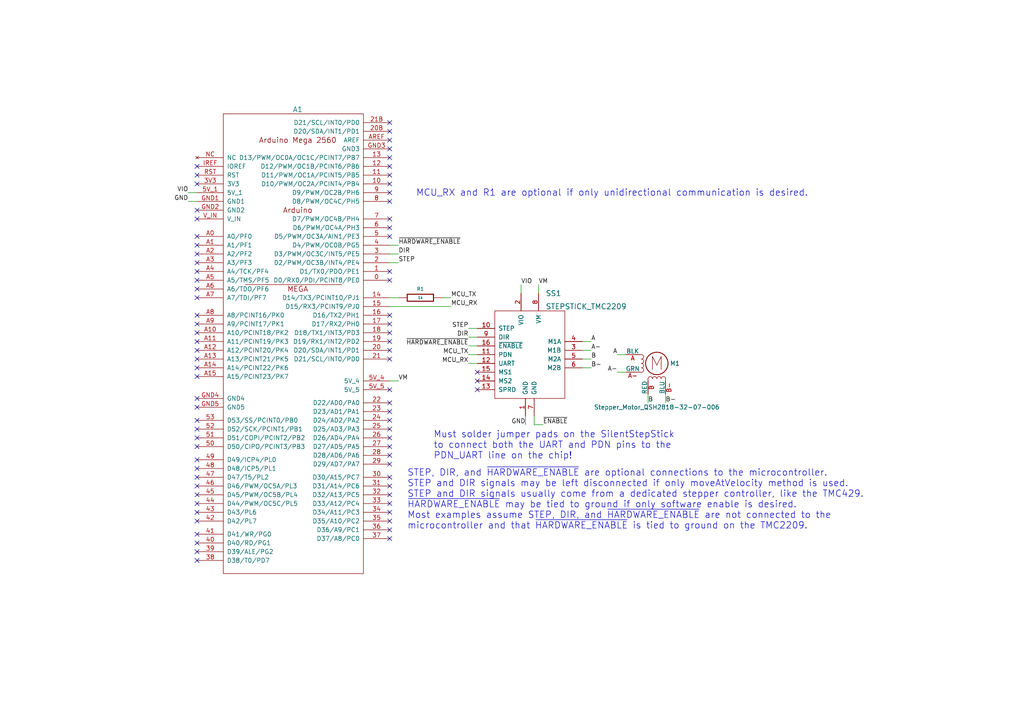
<source format=kicad_sch>
(kicad_sch (version 20230121) (generator eeschema)
  (paper "A4")
  (title_block (title "Trinamic Wiring") (date "2024-08-01") (rev "0.5") (company "Janelia Research Campus"))
  (lib_symbols
    (symbol "Janelia:1k_0805" (pin_numbers hide) (pin_names (offset 0))
      (property "Reference" "R" (at 2.032 0 90))
      (property "Value" "1k_0805" (at 0 0 90))
      (symbol "1k_0805_0_1"
        (rectangle (start -1.016 3.81) (end 1.016 -3.81) (stroke (width 0.3048)))
      )
      (symbol "1k_0805_1_1"
        (pin passive line (at 0 6.35 270) (length 2.54) (name "~") (number "1"))
        (pin passive line (at 0 -6.35 90) (length 2.54) (name "~") (number "2"))
      )
    )
    (symbol "Janelia:ARDUINO_MEGA" (pin_names (offset 1.016))
      (property "Reference" "A" (at 0 68.58 0))
      (symbol "ARDUINO_MEGA_0_0"
        (text "Arduino" (at 0 39.37 0) (effects (font (size 1.524 1.524))))
        (text "MEGA" (at 0 16.51 0) (effects (font (size 1.524 1.524))))
      )
      (symbol "ARDUINO_MEGA_0_1"
        (rectangle (start -21.59 -66.04) (end 19.05 67.31))
        (polyline (pts (xy -15.24 17.78) (xy 12.7 17.78) (xy 12.7 17.78)))
      )
      (symbol "ARDUINO_MEGA_1_1"
        (text "Arduino Mega 2560" (at 0 59.69 0) (effects (font (size 1.524 1.524))))
        (pin bidirectional line (at 26.67 19.05 180) (length 7.62) (name "D0/RX0/PDI/PCINT8/PE0") (number "0"))
        (pin bidirectional line (at 26.67 21.59 180) (length 7.62) (name "D1/TX0/PDO/PE1") (number "1"))
        (pin bidirectional line (at 26.67 46.99 180) (length 7.62) (name "D10/PWM/OC2A/PCINT4/PB4") (number "10"))
        (pin bidirectional line (at 26.67 49.53 180) (length 7.62) (name "D11/PWM/OC1A/PCINT5/PB5") (number "11"))
        (pin bidirectional line (at 26.67 52.07 180) (length 7.62) (name "D12/PWM/OC1B/PCINT6/PB6") (number "12"))
        (pin bidirectional line (at 26.67 54.61 180) (length 7.62) (name "D13/PWM/OC0A/OC1C/PCINT7/PB7") (number "13"))
        (pin bidirectional line (at 26.67 13.97 180) (length 7.62) (name "D14/TX3/PCINT10/PJ1") (number "14"))
        (pin bidirectional line (at 26.67 11.43 180) (length 7.62) (name "D15/RX3/PCINT9/PJ0") (number "15"))
        (pin bidirectional line (at 26.67 8.89 180) (length 7.62) (name "D16/TX2/PH1") (number "16"))
        (pin bidirectional line (at 26.67 6.35 180) (length 7.62) (name "D17/RX2/PH0") (number "17"))
        (pin bidirectional line (at 26.67 3.81 180) (length 7.62) (name "D18/TX1/INT3/PD3") (number "18"))
        (pin bidirectional line (at 26.67 1.27 180) (length 7.62) (name "D19/RX1/INT2/PD2") (number "19"))
        (pin bidirectional line (at 26.67 24.13 180) (length 7.62) (name "D2/PWM/OC3B/INT4/PE4") (number "2"))
        (pin bidirectional line (at 26.67 -1.27 180) (length 7.62) (name "D20/SDA/INT1/PD1") (number "20"))
        (pin bidirectional line (at 26.67 62.23 180) (length 7.62) (name "D20/SDA/INT1/PD1") (number "20B"))
        (pin bidirectional line (at 26.67 -3.81 180) (length 7.62) (name "D21/SCL/INT0/PD0") (number "21"))
        (pin bidirectional line (at 26.67 64.77 180) (length 7.62) (name "D21/SCL/INT0/PD0") (number "21B"))
        (pin bidirectional line (at 26.67 -16.51 180) (length 7.62) (name "D22/AD0/PA0") (number "22"))
        (pin bidirectional line (at 26.67 -19.05 180) (length 7.62) (name "D23/AD1/PA1") (number "23"))
        (pin bidirectional line (at 26.67 -21.59 180) (length 7.62) (name "D24/AD2/PA2") (number "24"))
        (pin bidirectional line (at 26.67 -24.13 180) (length 7.62) (name "D25/AD3/PA3") (number "25"))
        (pin bidirectional line (at 26.67 -26.67 180) (length 7.62) (name "D26/AD4/PA4") (number "26"))
        (pin bidirectional line (at 26.67 -29.21 180) (length 7.62) (name "D27/AD5/PA5") (number "27"))
        (pin bidirectional line (at 26.67 -31.75 180) (length 7.62) (name "D28/AD6/PA6") (number "28"))
        (pin bidirectional line (at 26.67 -34.29 180) (length 7.62) (name "D29/AD7/PA7") (number "29"))
        (pin bidirectional line (at 26.67 26.67 180) (length 7.62) (name "D3/PWM/OC3C/INT5/PE5") (number "3"))
        (pin bidirectional line (at 26.67 -38.1 180) (length 7.62) (name "D30/A15/PC7") (number "30"))
        (pin bidirectional line (at 26.67 -40.64 180) (length 7.62) (name "D31/A14/PC6") (number "31"))
        (pin bidirectional line (at 26.67 -43.18 180) (length 7.62) (name "D32/A13/PC5") (number "32"))
        (pin bidirectional line (at 26.67 -45.72 180) (length 7.62) (name "D33/A12/PC4") (number "33"))
        (pin bidirectional line (at 26.67 -48.26 180) (length 7.62) (name "D34/A11/PC3") (number "34"))
        (pin bidirectional line (at 26.67 -50.8 180) (length 7.62) (name "D35/A10/PC2") (number "35"))
        (pin bidirectional line (at 26.67 -53.34 180) (length 7.62) (name "D36/A9/PC1") (number "36"))
        (pin bidirectional line (at 26.67 -55.88 180) (length 7.62) (name "D37/A8/PC0") (number "37"))
        (pin bidirectional line (at -29.21 -62.23 0) (length 7.62) (name "D38/T0/PD7") (number "38"))
        (pin bidirectional line (at -29.21 -59.69 0) (length 7.62) (name "D39/ALE/PG2") (number "39"))
        (pin power_in line (at -29.21 46.99 0) (length 7.62) (name "3V3") (number "3V3"))
        (pin bidirectional line (at 26.67 29.21 180) (length 7.62) (name "D4/PWM/OC0B/PG5") (number "4"))
        (pin bidirectional line (at -29.21 -57.15 0) (length 7.62) (name "D40/RD/PG1") (number "40"))
        (pin bidirectional line (at -29.21 -54.61 0) (length 7.62) (name "D41/WR/PG0") (number "41"))
        (pin bidirectional line (at -29.21 -50.8 0) (length 7.62) (name "D42/PL7") (number "42"))
        (pin bidirectional line (at -29.21 -48.26 0) (length 7.62) (name "D43/PL6") (number "43"))
        (pin bidirectional line (at -29.21 -45.72 0) (length 7.62) (name "D44/PWM/OC5C/PL5") (number "44"))
        (pin bidirectional line (at -29.21 -43.18 0) (length 7.62) (name "D45/PWM/OC5B/PL4") (number "45"))
        (pin bidirectional line (at -29.21 -40.64 0) (length 7.62) (name "D46/PWM/OC5A/PL3") (number "46"))
        (pin bidirectional line (at -29.21 -38.1 0) (length 7.62) (name "D47/T5/PL2") (number "47"))
        (pin bidirectional line (at -29.21 -35.56 0) (length 7.62) (name "D48/ICP5/PL1") (number "48"))
        (pin bidirectional line (at -29.21 -33.02 0) (length 7.62) (name "D49/ICP4/PL0") (number "49"))
        (pin bidirectional line (at 26.67 31.75 180) (length 7.62) (name "D5/PWM/OC3A/AIN1/PE3") (number "5"))
        (pin bidirectional line (at -29.21 -29.21 0) (length 7.62) (name "D50/CIPO/PCINT3/PB3") (number "50"))
        (pin bidirectional line (at -29.21 -26.67 0) (length 7.62) (name "D51/COPI/PCINT2/PB2") (number "51"))
        (pin bidirectional line (at -29.21 -24.13 0) (length 7.62) (name "D52/SCK/PCINT1/PB1") (number "52"))
        (pin bidirectional line (at -29.21 -21.59 0) (length 7.62) (name "D53/SS/PCINT0/PB0") (number "53"))
        (pin power_in line (at -29.21 44.45 0) (length 7.62) (name "5V_1") (number "5V_1"))
        (pin power_in line (at 26.67 -10.16 180) (length 7.62) (name "5V_4") (number "5V_4"))
        (pin power_in line (at 26.67 -12.7 180) (length 7.62) (name "5V_5") (number "5V_5"))
        (pin bidirectional line (at 26.67 34.29 180) (length 7.62) (name "D6/PWM/OC4A/PH3") (number "6"))
        (pin bidirectional line (at 26.67 36.83 180) (length 7.62) (name "D7/PWM/OC4B/PH4") (number "7"))
        (pin bidirectional line (at 26.67 41.91 180) (length 7.62) (name "D8/PWM/OC4C/PH5") (number "8"))
        (pin bidirectional line (at 26.67 44.45 180) (length 7.62) (name "D9/PWM/OC2B/PH6") (number "9"))
        (pin bidirectional line (at -29.21 31.75 0) (length 7.62) (name "A0/PF0") (number "A0"))
        (pin bidirectional line (at -29.21 29.21 0) (length 7.62) (name "A1/PF1") (number "A1"))
        (pin bidirectional line (at -29.21 3.81 0) (length 7.62) (name "A10/PCINT18/PK2") (number "A10"))
        (pin bidirectional line (at -29.21 1.27 0) (length 7.62) (name "A11/PCINT19/PK3") (number "A11"))
        (pin bidirectional line (at -29.21 -1.27 0) (length 7.62) (name "A12/PCINT20/PK4") (number "A12"))
        (pin bidirectional line (at -29.21 -3.81 0) (length 7.62) (name "A13/PCINT21/PK5") (number "A13"))
        (pin bidirectional line (at -29.21 -6.35 0) (length 7.62) (name "A14/PCINT22/PK6") (number "A14"))
        (pin bidirectional line (at -29.21 -8.89 0) (length 7.62) (name "A15/PCINT23/PK7") (number "A15"))
        (pin bidirectional line (at -29.21 26.67 0) (length 7.62) (name "A2/PF2") (number "A2"))
        (pin bidirectional line (at -29.21 24.13 0) (length 7.62) (name "A3/PF3") (number "A3"))
        (pin bidirectional line (at -29.21 21.59 0) (length 7.62) (name "A4/TCK/PF4") (number "A4"))
        (pin bidirectional line (at -29.21 19.05 0) (length 7.62) (name "A5/TMS/PF5") (number "A5"))
        (pin bidirectional line (at -29.21 16.51 0) (length 7.62) (name "A6/TDO/PF6") (number "A6"))
        (pin bidirectional line (at -29.21 13.97 0) (length 7.62) (name "A7/TDI/PF7") (number "A7"))
        (pin bidirectional line (at -29.21 8.89 0) (length 7.62) (name "A8/PCINT16/PK0") (number "A8"))
        (pin bidirectional line (at -29.21 6.35 0) (length 7.62) (name "A9/PCINT17/PK1") (number "A9"))
        (pin power_in line (at 26.67 59.69 180) (length 7.62) (name "AREF") (number "AREF"))
        (pin power_in line (at -29.21 41.91 0) (length 7.62) (name "GND1") (number "GND1"))
        (pin power_in line (at -29.21 39.37 0) (length 7.62) (name "GND2") (number "GND2"))
        (pin power_in line (at 26.67 57.15 180) (length 7.62) (name "GND3") (number "GND3"))
        (pin power_in line (at -29.21 -15.24 0) (length 7.62) (name "GND4") (number "GND4"))
        (pin power_in line (at -29.21 -17.78 0) (length 7.62) (name "GND5") (number "GND5"))
        (pin input line (at -29.21 52.07 0) (length 7.62) (name "IOREF") (number "IREF"))
        (pin no_connect line (at -29.21 54.61 0) (length 7.62) (name "NC") (number "NC"))
        (pin input line (at -29.21 49.53 0) (length 7.62) (name "RST") (number "RST"))
        (pin power_in line (at -29.21 36.83 0) (length 7.62) (name "V_IN") (number "V_IN"))
      )
    )
    (symbol "Janelia:STEPSTICK_TMC2209" (pin_names (offset 1.016))
      (property "Reference" "SS" (at 0 -24.13 0))
      (property "Value" "STEPSTICK_TMC2209" (at 0 24.13 0))
      (symbol "STEPSTICK_TMC2209_0_1"
        (rectangle (start -10.16 12.7) (end 10.16 -12.7))
      )
      (symbol "STEPSTICK_TMC2209_1_1"
        (pin power_in line (at -1.27 -17.78 90) (length 5.08) (name "GND") (number "1"))
        (pin input line (at -15.24 7.62 0) (length 5.08) (name "STEP") (number "10"))
        (pin bidirectional line (at -15.24 0 0) (length 5.08) (name "PDN") (number "11"))
        (pin bidirectional line (at -15.24 -2.54 0) (length 5.08) (name "UART") (number "12"))
        (pin input line (at -15.24 -10.16 0) (length 5.08) (name "SPRD") (number "13"))
        (pin input line (at -15.24 -7.62 0) (length 5.08) (name "MS2") (number "14"))
        (pin input line (at -15.24 -5.08 0) (length 5.08) (name "MS1") (number "15"))
        (pin input line (at -15.24 2.54 0) (length 5.08) (name "~{ENABLE}") (number "16"))
        (pin power_in line (at -2.54 17.78 270) (length 5.08) (name "VIO") (number "2"))
        (pin power_out line (at 15.24 1.27 180) (length 5.08) (name "M1B") (number "3"))
        (pin power_out line (at 15.24 3.81 180) (length 5.08) (name "M1A") (number "4"))
        (pin power_out line (at 15.24 -1.27 180) (length 5.08) (name "M2A") (number "5"))
        (pin power_out line (at 15.24 -3.81 180) (length 5.08) (name "M2B") (number "6"))
        (pin power_in line (at 1.27 -17.78 90) (length 5.08) (name "GND") (number "7"))
        (pin power_in line (at 2.54 17.78 270) (length 5.08) (name "VM") (number "8"))
        (pin input line (at -15.24 5.08 0) (length 5.08) (name "DIR") (number "9"))
      )
    )
    (symbol "Janelia:Stepper_Motor_QSH2818-32-07-006" (pin_names (offset 0))
      (property "Reference" "M" (at 3.81 0 0))
      (property "Value" "Stepper_Motor_QSH2818-32-07-006" (at 0 6.35 0))
      (symbol "Stepper_Motor_QSH2818-32-07-006_0_0"
        (polyline (pts (xy -1.27 -1.778) (xy -1.27 2.032) (xy 0 -0.508) (xy 1.27 2.032) (xy 1.27 -1.778)))
      )
      (symbol "Stepper_Motor_QSH2818-32-07-006_0_1"
        (arc (start -4.445 -2.54) (mid -3.8127 -1.905) (end -4.445 -1.27))
        (arc (start -4.445 -1.27) (mid -3.8127 -0.635) (end -4.445 0))
        (arc (start -4.445 0) (mid -3.8127 0.635) (end -4.445 1.27))
        (arc (start -4.445 1.27) (mid -3.8127 1.905) (end -4.445 2.54))
        (arc (start -1.27 -4.445) (mid -1.905 -3.8127) (end -2.54 -4.445))
        (arc (start 0 -4.445) (mid -0.635 -3.8127) (end -1.27 -4.445))
        (polyline (pts (xy -5.08 -2.54) (xy -4.445 -2.54)))
        (polyline (pts (xy -5.08 2.54) (xy -4.445 2.54)))
        (polyline (pts (xy -2.54 -5.08) (xy -2.54 -4.445)))
        (polyline (pts (xy 2.54 -5.08) (xy 2.54 -4.445)))
        (circle (center 0 0) (radius 3.2512) (stroke (width 0.254)))
        (arc (start 1.27 -4.445) (mid 0.635 -3.8127) (end 0 -4.445))
        (arc (start 2.54 -4.445) (mid 1.905 -3.8127) (end 1.27 -4.445))
      )
      (symbol "Stepper_Motor_QSH2818-32-07-006_1_1"
        (pin passive line (at -8.89 2.54 0) (length 3.81) (name "BLK") (number "A"))
        (pin passive line (at -8.89 -2.54 0) (length 3.81) (name "GRN") (number "A-"))
        (pin passive line (at -2.54 -8.89 90) (length 3.81) (name "RED") (number "B"))
        (pin passive line (at 2.54 -8.89 90) (length 3.81) (name "BLU") (number "B-"))
      )
    )
  )
  (no_connect (at 113.03 121.92))
  (no_connect (at 57.15 118.11))
  (no_connect (at 57.15 104.14))
  (no_connect (at 57.15 78.74))
  (no_connect (at 57.15 50.8))
  (no_connect (at 113.03 78.74))
  (no_connect (at 113.03 104.14))
  (no_connect (at 57.15 154.94))
  (no_connect (at 57.15 71.12))
  (no_connect (at 113.03 91.44))
  (no_connect (at 57.15 76.2))
  (no_connect (at 57.15 83.82))
  (no_connect (at 113.03 96.52))
  (no_connect (at 57.15 162.56))
  (no_connect (at 57.15 73.66))
  (no_connect (at 57.15 109.22))
  (no_connect (at 113.03 116.84))
  (no_connect (at 57.15 106.68))
  (no_connect (at 138.43 110.49))
  (no_connect (at 113.03 129.54))
  (no_connect (at 113.03 113.03))
  (no_connect (at 113.03 101.6))
  (no_connect (at 113.03 148.59))
  (no_connect (at 113.03 156.21))
  (no_connect (at 113.03 119.38))
  (no_connect (at 113.03 81.28))
  (no_connect (at 113.03 63.5))
  (no_connect (at 57.15 63.5))
  (no_connect (at 57.15 91.44))
  (no_connect (at 57.15 86.36))
  (no_connect (at 113.03 153.67))
  (no_connect (at 57.15 99.06))
  (no_connect (at 57.15 160.02))
  (no_connect (at 113.03 93.98))
  (no_connect (at 57.15 135.89))
  (no_connect (at 57.15 127))
  (no_connect (at 57.15 133.35))
  (no_connect (at 57.15 138.43))
  (no_connect (at 57.15 140.97))
  (no_connect (at 57.15 143.51))
  (no_connect (at 57.15 146.05))
  (no_connect (at 57.15 148.59))
  (no_connect (at 57.15 151.13))
  (no_connect (at 113.03 35.56))
  (no_connect (at 57.15 60.96))
  (no_connect (at 113.03 58.42))
  (no_connect (at 113.03 55.88))
  (no_connect (at 113.03 53.34))
  (no_connect (at 113.03 50.8))
  (no_connect (at 113.03 48.26))
  (no_connect (at 113.03 45.72))
  (no_connect (at 113.03 43.18))
  (no_connect (at 113.03 40.64))
  (no_connect (at 113.03 38.1))
  (no_connect (at 113.03 99.06))
  (no_connect (at 113.03 132.08))
  (no_connect (at 113.03 140.97))
  (no_connect (at 113.03 66.04))
  (no_connect (at 113.03 134.62))
  (no_connect (at 113.03 127))
  (no_connect (at 113.03 146.05))
  (no_connect (at 138.43 113.03))
  (no_connect (at 57.15 124.46))
  (no_connect (at 57.15 157.48))
  (no_connect (at 113.03 138.43))
  (no_connect (at 113.03 124.46))
  (no_connect (at 57.15 48.26))
  (no_connect (at 113.03 68.58))
  (no_connect (at 57.15 96.52))
  (no_connect (at 113.03 151.13))
  (no_connect (at 57.15 53.34))
  (no_connect (at 138.43 107.95))
  (no_connect (at 57.15 93.98))
  (no_connect (at 57.15 129.54))
  (no_connect (at 57.15 121.92))
  (no_connect (at 57.15 115.57))
  (no_connect (at 113.03 143.51))
  (no_connect (at 57.15 81.28))
  (no_connect (at 57.15 101.6))
  (no_connect (at 57.15 68.58))
  (wire (pts (xy 57.15 55.88) (xy 54.61 55.88)))
  (wire (pts (xy 115.57 73.66) (xy 113.03 73.66)))
  (wire (pts (xy 115.57 86.36) (xy 113.03 86.36)))
  (wire (pts (xy 130.81 88.9) (xy 113.03 88.9)))
  (wire (pts (xy 135.89 105.41) (xy 138.43 105.41)))
  (wire (pts (xy 179.07 102.87) (xy 181.61 102.87)))
  (wire (pts (xy 151.13 82.55) (xy 151.13 85.09)))
  (wire (pts (xy 187.96 114.3) (xy 187.96 116.84)))
  (wire (pts (xy 57.15 58.42) (xy 54.61 58.42)))
  (wire (pts (xy 154.94 120.65) (xy 154.94 123.19)))
  (wire (pts (xy 168.91 99.06) (xy 171.45 99.06)))
  (wire (pts (xy 168.91 106.68) (xy 171.45 106.68)))
  (wire (pts (xy 179.07 107.95) (xy 181.61 107.95)))
  (wire (pts (xy 152.4 120.65) (xy 152.4 123.19)))
  (wire (pts (xy 168.91 101.6) (xy 171.45 101.6)))
  (wire (pts (xy 135.89 102.87) (xy 138.43 102.87)))
  (wire (pts (xy 193.04 114.3) (xy 193.04 116.84)))
  (wire (pts (xy 130.81 86.36) (xy 128.27 86.36)))
  (wire (pts (xy 115.57 71.12) (xy 113.03 71.12)))
  (wire (pts (xy 168.91 104.14) (xy 171.45 104.14)))
  (wire (pts (xy 154.94 123.19) (xy 157.48 123.19)))
  (wire (pts (xy 135.89 95.25) (xy 138.43 95.25)))
  (wire (pts (xy 135.89 100.33) (xy 138.43 100.33)))
  (wire (pts (xy 113.03 110.49) (xy 115.57 110.49)))
  (wire (pts (xy 135.89 97.79) (xy 138.43 97.79)))
  (wire (pts (xy 156.21 82.55) (xy 156.21 85.09)))
  (wire (pts (xy 115.57 76.2) (xy 113.03 76.2)))
  (text "STEP, DIR, and ~{HARDWARE_ENABLE} are optional connections to the microcontroller.\nSTEP and DIR signals may be left disconnected if only moveAtVelocity method is used.\nSTEP and DIR signals usually come from a dedicated stepper controller, like the TMC429.\n~{HARDWARE_ENABLE} may be tied to ground if only software enable is desired.\nMost examples assume STEP, DIR, and ~{HARDWARE_ENABLE} are not connected to the\nmicrocontroller and that ~{HARDWARE_ENABLE} is tied to ground on the TMC2209." (at 118.11 153.67 0) (effects (font (size 1.905 1.905)) (justify left bottom)))
  (text "MCU_RX and R1 are optional if only unidirectional communication is desired." (at 120.65 57.15 0) (effects (font (size 1.905 1.905)) (justify left bottom)))
  (text "Must solder jumper pads on the SilentStepStick\nto connect both the UART and PDN pins to the\nPDN_UART line on the chip!" (at 125.73 133.35 0) (effects (font (size 1.905 1.905)) (justify left bottom)))
  (label "~{HARDWARE_ENABLE}" (at 115.57 71.12 0))
  (label "MCU_TX" (at 135.89 102.87 180))
  (label "~{ENABLE}" (at 157.48 123.19 0))
  (label "GND" (at 152.4 123.19 180))
  (label "B" (at 171.45 104.14 0))
  (label "VIO" (at 151.13 82.55 0))
  (label "B" (at 187.96 116.84 0))
  (label "GND" (at 54.61 58.42 180))
  (label "A-" (at 179.07 107.95 180))
  (label "B-" (at 171.45 106.68 0))
  (label "~{HARDWARE_ENABLE}" (at 135.89 100.33 180))
  (label "DIR" (at 115.57 73.66 0))
  (label "A" (at 179.07 102.87 180))
  (label "STEP" (at 135.89 95.25 180))
  (label "B-" (at 193.04 116.84 0))
  (label "VM" (at 156.21 82.55 0))
  (label "MCU_RX" (at 130.81 88.9 0))
  (label "STEP" (at 115.57 76.2 0))
  (label "A" (at 171.45 99.06 0))
  (label "MCU_RX" (at 135.89 105.41 180))
  (label "MCU_TX" (at 130.81 86.36 0))
  (label "A-" (at 171.45 101.6 0))
  (label "VIO" (at 54.61 55.88 180))
  (label "DIR" (at 135.89 97.79 180))
  (label "VM" (at 115.57 110.49 0))
  (symbol (lib_id "Janelia:1k_0805") (at 121.92 86.36 270) (unit 1)
    (property "Reference" "R1" (at 121.92 83.82 90) (effects (font (size 1.016 1.016))))
    (property "Value" "1k" (at 121.92 86.36 90) (effects (font (size 0.762 0.762))))
    (property "Footprint" "footprints:SM0805" (effects hide))
    (property "Vendor" "Digi-Key" (effects hide))
    (property "Vendor Part Number" "P1.00KCCT-ND" (effects hide))
    (property "Description" "RES SMD 1K OHM 1% 1/8W" (effects hide))
    (property "Package" "0805" (effects hide))
  )
  (symbol (lib_id "Janelia:STEPSTICK_TMC2209") (at 153.67 102.87 0) (unit 1)
    (property "Reference" "SS1" (at 158.2294 85.09 0) (effects (font (size 1.524 1.524)) (justify left)))
    (property "Value" "STEPSTICK_TMC2209" (at 158.2294 88.9 0) (effects (font (size 1.524 1.524)) (justify left)))
    (property "Footprint" "footprints:STEPSTICK_TMC2209" (effects hide))
    (property "Vendor" "Digi-Key" (effects hide))
    (property "Vendor Part Number" "ED90331-ND" (effects hide))
    (property "Description" "CONN PIN RCPT .025-.037 SOLDER" (effects hide))
    (property "Quantity" "16" (effects hide))
    (property "Manufacturer" "Mill-Max Manufacturing Corp." (effects hide))
    (property "Manufacturer Part Number" "0305-0-15-15-47-27-10-0" (effects hide))
  )
  (symbol (lib_id "Janelia:ARDUINO_MEGA") (at 86.36 100.33 0) (unit 1)
    (property "Reference" "A1" (at 86.36 31.75 0) (effects (font (size 1.524 1.524))))
    (property "Value" "ARDUINO_MEGA" (effects hide))
    (property "Footprint" "Janelia:ARDUINO_MEGA_SHIELD" (effects hide))
    (property "Vendor" "Digi-Key" (effects hide))
    (property "Vendor Part Number" "1050-1018-ND" (effects hide))
    (property "Description" "BOARD MCU MEGA2560" (effects hide))
    (property "Sim.Enable" "0" (effects hide))
  )
  (symbol (lib_id "Janelia:Stepper_Motor_QSH2818-32-07-006") (at 190.5 105.41 0) (unit 1)
    (property "Reference" "M1" (at 194.31 105.41 0) (effects (justify left)))
    (property "Value" "Stepper_Motor_QSH2818-32-07-006" (at 190.5 118.11 0))
    (property "Manufacturer" "Trinamic Motion Control" (effects hide))
    (property "Manufacturer Part Number" "QSH2818-32-07-006" (effects hide))
    (property "Vendor" "Digi-Key" (effects hide))
    (property "Vendor Part Number" "1460-1072-ND" (effects hide))
  )
)
</source>
